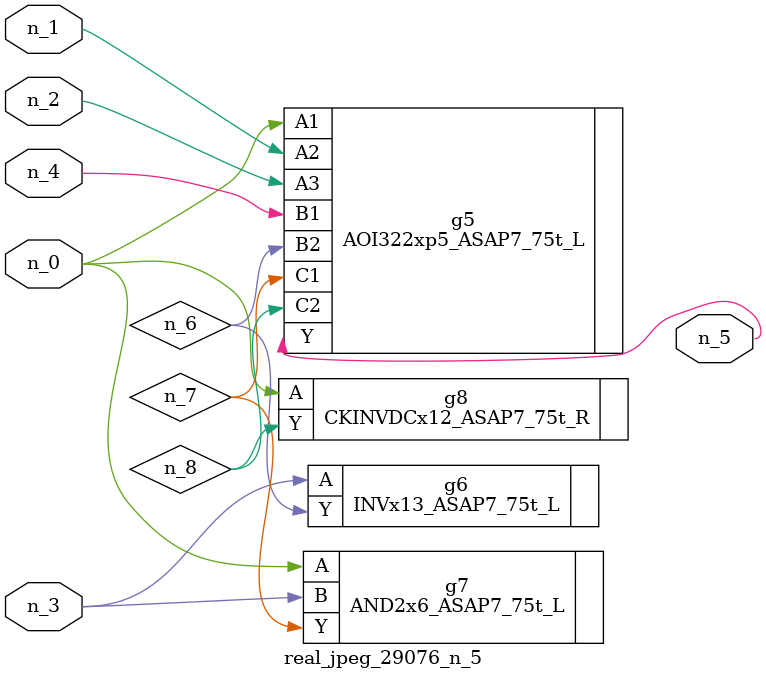
<source format=v>
module real_jpeg_29076_n_5 (n_4, n_0, n_1, n_2, n_3, n_5);

input n_4;
input n_0;
input n_1;
input n_2;
input n_3;

output n_5;

wire n_8;
wire n_6;
wire n_7;

AOI322xp5_ASAP7_75t_L g5 ( 
.A1(n_0),
.A2(n_1),
.A3(n_2),
.B1(n_4),
.B2(n_6),
.C1(n_7),
.C2(n_8),
.Y(n_5)
);

AND2x6_ASAP7_75t_L g7 ( 
.A(n_0),
.B(n_3),
.Y(n_7)
);

CKINVDCx12_ASAP7_75t_R g8 ( 
.A(n_0),
.Y(n_8)
);

INVx13_ASAP7_75t_L g6 ( 
.A(n_3),
.Y(n_6)
);


endmodule
</source>
